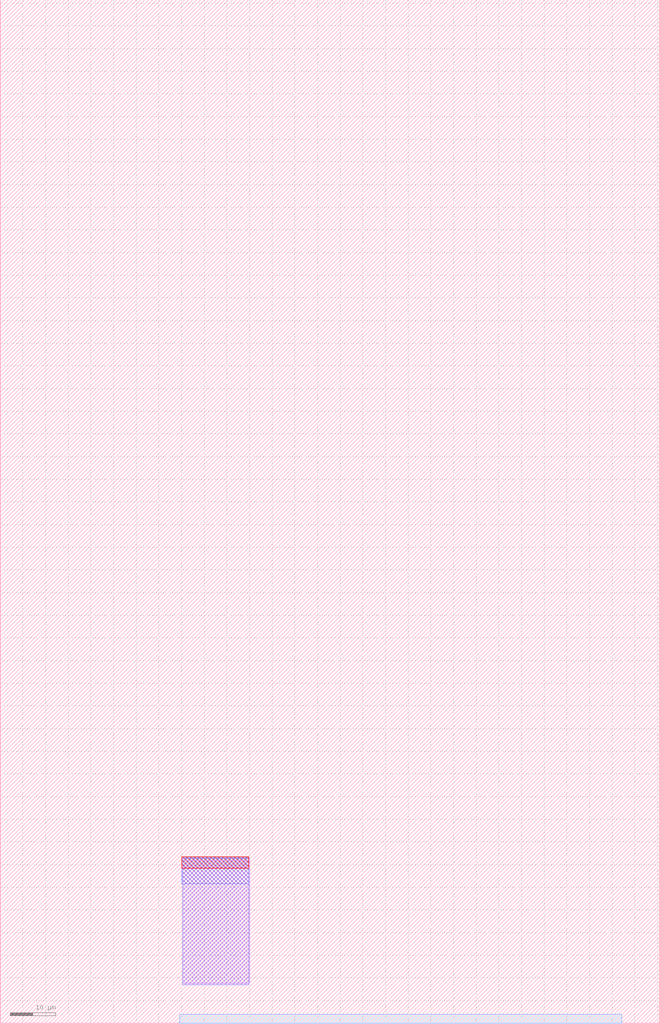
<source format=lef>
MACRO tatzelreference_tile
  CLASS BLOCK ;
  FOREIGN tatzelreference_tile ;
  ORIGIN 0.000 0.000 ;
  SIZE 145.360 BY 225.760 ;
  OBS
      LAYER nwell ;
        RECT 40.000 34.220 54.790 36.680 ;
      LAYER li1 ;
        RECT 40.290 8.850 55.050 36.460 ;
      LAYER met1 ;
        RECT 40.310 8.540 54.790 36.500 ;
      LAYER met2 ;
        RECT 40.000 30.800 54.790 36.350 ;
      LAYER met4 ;
        RECT 39.570 0.000 137.070 2.000 ;
  END
END tatzelreference_tile
END LIBRARY


</source>
